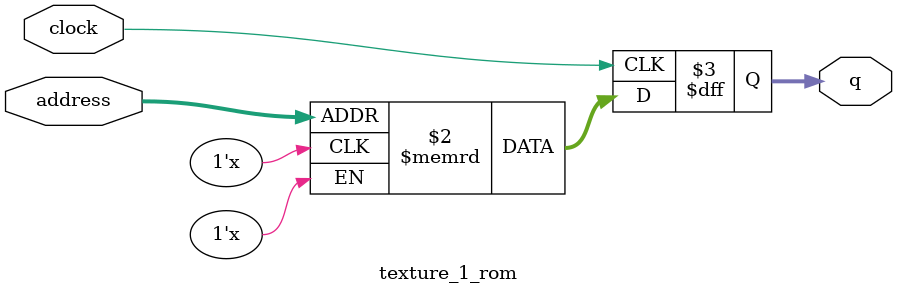
<source format=sv>
module texture_1_rom (
	input logic clock,
	input logic [7:0] address,
	output logic [7:0] q
);

logic [7:0] memory [0:255] /* synthesis ram_init_file = "./texture_1/texture_1.mif" */;

always_ff @ (posedge clock) begin
	q <= memory[address];
end

endmodule

</source>
